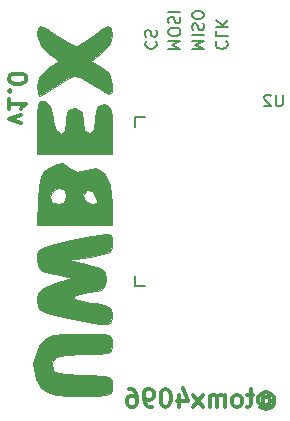
<source format=gbr>
G04 #@! TF.GenerationSoftware,KiCad,Pcbnew,no-vcs-found-33e0758~58~ubuntu16.04.1*
G04 #@! TF.CreationDate,2018-02-07T18:59:58+01:00*
G04 #@! TF.ProjectId,ultrawidebridge,756C747261776964656272696467652E,rev?*
G04 #@! TF.FileFunction,Legend,Bot*
G04 #@! TF.FilePolarity,Positive*
%FSLAX46Y46*%
G04 Gerber Fmt 4.6, Leading zero omitted, Abs format (unit mm)*
G04 Created by KiCad (PCBNEW no-vcs-found-33e0758~58~ubuntu16.04.1) date Wed Feb  7 18:59:58 2018*
%MOMM*%
%LPD*%
G01*
G04 APERTURE LIST*
%ADD10C,0.100000*%
%ADD11C,0.300000*%
%ADD12C,0.150000*%
%ADD13C,0.010000*%
G04 APERTURE END LIST*
D10*
D11*
X163571428Y-122642857D02*
X162571428Y-122285714D01*
X163571428Y-121928571D01*
X162571428Y-120571428D02*
X162571428Y-121428571D01*
X162571428Y-121000000D02*
X164071428Y-121000000D01*
X163857142Y-121142857D01*
X163714285Y-121285714D01*
X163642857Y-121428571D01*
X162714285Y-119928571D02*
X162642857Y-119857142D01*
X162571428Y-119928571D01*
X162642857Y-120000000D01*
X162714285Y-119928571D01*
X162571428Y-119928571D01*
X164071428Y-118928571D02*
X164071428Y-118785714D01*
X164000000Y-118642857D01*
X163928571Y-118571428D01*
X163785714Y-118500000D01*
X163500000Y-118428571D01*
X163142857Y-118428571D01*
X162857142Y-118500000D01*
X162714285Y-118571428D01*
X162642857Y-118642857D01*
X162571428Y-118785714D01*
X162571428Y-118928571D01*
X162642857Y-119071428D01*
X162714285Y-119142857D01*
X162857142Y-119214285D01*
X163142857Y-119285714D01*
X163500000Y-119285714D01*
X163785714Y-119214285D01*
X163928571Y-119142857D01*
X164000000Y-119071428D01*
X164071428Y-118928571D01*
X184075000Y-145914285D02*
X184146428Y-145842857D01*
X184289285Y-145771428D01*
X184432142Y-145771428D01*
X184575000Y-145842857D01*
X184646428Y-145914285D01*
X184717857Y-146057142D01*
X184717857Y-146200000D01*
X184646428Y-146342857D01*
X184575000Y-146414285D01*
X184432142Y-146485714D01*
X184289285Y-146485714D01*
X184146428Y-146414285D01*
X184075000Y-146342857D01*
X184075000Y-145771428D02*
X184075000Y-146342857D01*
X184003571Y-146414285D01*
X183932142Y-146414285D01*
X183789285Y-146342857D01*
X183717857Y-146200000D01*
X183717857Y-145842857D01*
X183860714Y-145628571D01*
X184075000Y-145485714D01*
X184360714Y-145414285D01*
X184646428Y-145485714D01*
X184860714Y-145628571D01*
X185003571Y-145842857D01*
X185075000Y-146128571D01*
X185003571Y-146414285D01*
X184860714Y-146628571D01*
X184646428Y-146771428D01*
X184360714Y-146842857D01*
X184075000Y-146771428D01*
X183860714Y-146628571D01*
X183289285Y-145628571D02*
X182717857Y-145628571D01*
X183075000Y-145128571D02*
X183075000Y-146414285D01*
X183003571Y-146557142D01*
X182860714Y-146628571D01*
X182717857Y-146628571D01*
X182003571Y-146628571D02*
X182146428Y-146557142D01*
X182217857Y-146485714D01*
X182289285Y-146342857D01*
X182289285Y-145914285D01*
X182217857Y-145771428D01*
X182146428Y-145700000D01*
X182003571Y-145628571D01*
X181789285Y-145628571D01*
X181646428Y-145700000D01*
X181575000Y-145771428D01*
X181503571Y-145914285D01*
X181503571Y-146342857D01*
X181575000Y-146485714D01*
X181646428Y-146557142D01*
X181789285Y-146628571D01*
X182003571Y-146628571D01*
X180860714Y-146628571D02*
X180860714Y-145628571D01*
X180860714Y-145771428D02*
X180789285Y-145700000D01*
X180646428Y-145628571D01*
X180432142Y-145628571D01*
X180289285Y-145700000D01*
X180217857Y-145842857D01*
X180217857Y-146628571D01*
X180217857Y-145842857D02*
X180146428Y-145700000D01*
X180003571Y-145628571D01*
X179789285Y-145628571D01*
X179646428Y-145700000D01*
X179575000Y-145842857D01*
X179575000Y-146628571D01*
X179003571Y-146628571D02*
X178217857Y-145628571D01*
X179003571Y-145628571D02*
X178217857Y-146628571D01*
X177003571Y-145628571D02*
X177003571Y-146628571D01*
X177360714Y-145057142D02*
X177717857Y-146128571D01*
X176789285Y-146128571D01*
X175932142Y-145128571D02*
X175789285Y-145128571D01*
X175646428Y-145200000D01*
X175575000Y-145271428D01*
X175503571Y-145414285D01*
X175432142Y-145700000D01*
X175432142Y-146057142D01*
X175503571Y-146342857D01*
X175575000Y-146485714D01*
X175646428Y-146557142D01*
X175789285Y-146628571D01*
X175932142Y-146628571D01*
X176075000Y-146557142D01*
X176146428Y-146485714D01*
X176217857Y-146342857D01*
X176289285Y-146057142D01*
X176289285Y-145700000D01*
X176217857Y-145414285D01*
X176146428Y-145271428D01*
X176075000Y-145200000D01*
X175932142Y-145128571D01*
X174717857Y-146628571D02*
X174432142Y-146628571D01*
X174289285Y-146557142D01*
X174217857Y-146485714D01*
X174075000Y-146271428D01*
X174003571Y-145985714D01*
X174003571Y-145414285D01*
X174075000Y-145271428D01*
X174146428Y-145200000D01*
X174289285Y-145128571D01*
X174575000Y-145128571D01*
X174717857Y-145200000D01*
X174789285Y-145271428D01*
X174860714Y-145414285D01*
X174860714Y-145771428D01*
X174789285Y-145914285D01*
X174717857Y-145985714D01*
X174575000Y-146057142D01*
X174289285Y-146057142D01*
X174146428Y-145985714D01*
X174075000Y-145914285D01*
X174003571Y-145771428D01*
X172717857Y-145128571D02*
X173003571Y-145128571D01*
X173146428Y-145200000D01*
X173217857Y-145271428D01*
X173360714Y-145485714D01*
X173432142Y-145771428D01*
X173432142Y-146342857D01*
X173360714Y-146485714D01*
X173289285Y-146557142D01*
X173146428Y-146628571D01*
X172860714Y-146628571D01*
X172717857Y-146557142D01*
X172646428Y-146485714D01*
X172575000Y-146342857D01*
X172575000Y-145985714D01*
X172646428Y-145842857D01*
X172717857Y-145771428D01*
X172860714Y-145700000D01*
X173146428Y-145700000D01*
X173289285Y-145771428D01*
X173360714Y-145842857D01*
X173432142Y-145985714D01*
D12*
X180192857Y-115695238D02*
X180145238Y-115742857D01*
X180097619Y-115885714D01*
X180097619Y-115980952D01*
X180145238Y-116123809D01*
X180240476Y-116219047D01*
X180335714Y-116266666D01*
X180526190Y-116314285D01*
X180669047Y-116314285D01*
X180859523Y-116266666D01*
X180954761Y-116219047D01*
X181050000Y-116123809D01*
X181097619Y-115980952D01*
X181097619Y-115885714D01*
X181050000Y-115742857D01*
X181002380Y-115695238D01*
X180097619Y-114790476D02*
X180097619Y-115266666D01*
X181097619Y-115266666D01*
X180097619Y-114457142D02*
X181097619Y-114457142D01*
X180097619Y-113885714D02*
X180669047Y-114314285D01*
X181097619Y-113885714D02*
X180526190Y-114457142D01*
X178097619Y-116321428D02*
X179097619Y-116321428D01*
X178383333Y-115988095D01*
X179097619Y-115654761D01*
X178097619Y-115654761D01*
X178097619Y-115178571D02*
X179097619Y-115178571D01*
X178145238Y-114750000D02*
X178097619Y-114607142D01*
X178097619Y-114369047D01*
X178145238Y-114273809D01*
X178192857Y-114226190D01*
X178288095Y-114178571D01*
X178383333Y-114178571D01*
X178478571Y-114226190D01*
X178526190Y-114273809D01*
X178573809Y-114369047D01*
X178621428Y-114559523D01*
X178669047Y-114654761D01*
X178716666Y-114702380D01*
X178811904Y-114750000D01*
X178907142Y-114750000D01*
X179002380Y-114702380D01*
X179050000Y-114654761D01*
X179097619Y-114559523D01*
X179097619Y-114321428D01*
X179050000Y-114178571D01*
X179097619Y-113559523D02*
X179097619Y-113369047D01*
X179050000Y-113273809D01*
X178954761Y-113178571D01*
X178764285Y-113130952D01*
X178430952Y-113130952D01*
X178240476Y-113178571D01*
X178145238Y-113273809D01*
X178097619Y-113369047D01*
X178097619Y-113559523D01*
X178145238Y-113654761D01*
X178240476Y-113750000D01*
X178430952Y-113797619D01*
X178764285Y-113797619D01*
X178954761Y-113750000D01*
X179050000Y-113654761D01*
X179097619Y-113559523D01*
X176097619Y-116321428D02*
X177097619Y-116321428D01*
X176383333Y-115988095D01*
X177097619Y-115654761D01*
X176097619Y-115654761D01*
X177097619Y-114988095D02*
X177097619Y-114797619D01*
X177050000Y-114702380D01*
X176954761Y-114607142D01*
X176764285Y-114559523D01*
X176430952Y-114559523D01*
X176240476Y-114607142D01*
X176145238Y-114702380D01*
X176097619Y-114797619D01*
X176097619Y-114988095D01*
X176145238Y-115083333D01*
X176240476Y-115178571D01*
X176430952Y-115226190D01*
X176764285Y-115226190D01*
X176954761Y-115178571D01*
X177050000Y-115083333D01*
X177097619Y-114988095D01*
X176145238Y-114178571D02*
X176097619Y-114035714D01*
X176097619Y-113797619D01*
X176145238Y-113702380D01*
X176192857Y-113654761D01*
X176288095Y-113607142D01*
X176383333Y-113607142D01*
X176478571Y-113654761D01*
X176526190Y-113702380D01*
X176573809Y-113797619D01*
X176621428Y-113988095D01*
X176669047Y-114083333D01*
X176716666Y-114130952D01*
X176811904Y-114178571D01*
X176907142Y-114178571D01*
X177002380Y-114130952D01*
X177050000Y-114083333D01*
X177097619Y-113988095D01*
X177097619Y-113750000D01*
X177050000Y-113607142D01*
X176097619Y-113178571D02*
X177097619Y-113178571D01*
X174217857Y-115691666D02*
X174170238Y-115739285D01*
X174122619Y-115882142D01*
X174122619Y-115977380D01*
X174170238Y-116120238D01*
X174265476Y-116215476D01*
X174360714Y-116263095D01*
X174551190Y-116310714D01*
X174694047Y-116310714D01*
X174884523Y-116263095D01*
X174979761Y-116215476D01*
X175075000Y-116120238D01*
X175122619Y-115977380D01*
X175122619Y-115882142D01*
X175075000Y-115739285D01*
X175027380Y-115691666D01*
X174170238Y-115310714D02*
X174122619Y-115167857D01*
X174122619Y-114929761D01*
X174170238Y-114834523D01*
X174217857Y-114786904D01*
X174313095Y-114739285D01*
X174408333Y-114739285D01*
X174503571Y-114786904D01*
X174551190Y-114834523D01*
X174598809Y-114929761D01*
X174646428Y-115120238D01*
X174694047Y-115215476D01*
X174741666Y-115263095D01*
X174836904Y-115310714D01*
X174932142Y-115310714D01*
X175027380Y-115263095D01*
X175075000Y-115215476D01*
X175122619Y-115120238D01*
X175122619Y-114882142D01*
X175075000Y-114739285D01*
X173275000Y-135550000D02*
X173275000Y-136400000D01*
X173275000Y-136400000D02*
X174125000Y-136400000D01*
X173275000Y-122950000D02*
X173275000Y-122100000D01*
X173275000Y-122100000D02*
X174125000Y-122100000D01*
D13*
G36*
X171265704Y-114552644D02*
X171007369Y-114385577D01*
X170429326Y-114678514D01*
X169706143Y-115206945D01*
X168914091Y-115760916D01*
X168348136Y-116067402D01*
X168255430Y-116088889D01*
X167806718Y-115905695D01*
X167023645Y-115444516D01*
X166663108Y-115206945D01*
X165720566Y-114592483D01*
X165215474Y-114387181D01*
X165012175Y-114588673D01*
X164975000Y-115177521D01*
X165284987Y-116069893D01*
X165894493Y-116699845D01*
X166813986Y-117369649D01*
X165894493Y-117972124D01*
X165139469Y-118783382D01*
X164975000Y-119448411D01*
X165038673Y-120108191D01*
X165158953Y-120322222D01*
X165535478Y-120143893D01*
X166287641Y-119690028D01*
X166775980Y-119373858D01*
X167519542Y-118891827D01*
X168060259Y-118669449D01*
X168596012Y-118733791D01*
X169324683Y-119111922D01*
X170444152Y-119830911D01*
X170531250Y-119887549D01*
X171089603Y-120196425D01*
X171295972Y-120016292D01*
X171325000Y-119364074D01*
X171092398Y-118408669D01*
X170417007Y-117838837D01*
X169509015Y-117352894D01*
X170417007Y-116691468D01*
X171126280Y-115885906D01*
X171325000Y-115177521D01*
X171265704Y-114552644D01*
X171265704Y-114552644D01*
G37*
X171265704Y-114552644D02*
X171007369Y-114385577D01*
X170429326Y-114678514D01*
X169706143Y-115206945D01*
X168914091Y-115760916D01*
X168348136Y-116067402D01*
X168255430Y-116088889D01*
X167806718Y-115905695D01*
X167023645Y-115444516D01*
X166663108Y-115206945D01*
X165720566Y-114592483D01*
X165215474Y-114387181D01*
X165012175Y-114588673D01*
X164975000Y-115177521D01*
X165284987Y-116069893D01*
X165894493Y-116699845D01*
X166813986Y-117369649D01*
X165894493Y-117972124D01*
X165139469Y-118783382D01*
X164975000Y-119448411D01*
X165038673Y-120108191D01*
X165158953Y-120322222D01*
X165535478Y-120143893D01*
X166287641Y-119690028D01*
X166775980Y-119373858D01*
X167519542Y-118891827D01*
X168060259Y-118669449D01*
X168596012Y-118733791D01*
X169324683Y-119111922D01*
X170444152Y-119830911D01*
X170531250Y-119887549D01*
X171089603Y-120196425D01*
X171295972Y-120016292D01*
X171325000Y-119364074D01*
X171092398Y-118408669D01*
X170417007Y-117838837D01*
X169509015Y-117352894D01*
X170417007Y-116691468D01*
X171126280Y-115885906D01*
X171325000Y-115177521D01*
X171265704Y-114552644D01*
G36*
X171299256Y-121962243D02*
X171186167Y-121323444D01*
X170931948Y-121066691D01*
X170619445Y-121027778D01*
X170133161Y-121165896D01*
X169936952Y-121705093D01*
X169913889Y-122262500D01*
X169799140Y-123175721D01*
X169432917Y-123494990D01*
X169384722Y-123497222D01*
X168964614Y-123181688D01*
X168855556Y-122438889D01*
X168744679Y-121664222D01*
X168332131Y-121391474D01*
X168150000Y-121380556D01*
X167633555Y-121546871D01*
X167451723Y-122165693D01*
X167444445Y-122438889D01*
X167302298Y-123281833D01*
X166973937Y-123537135D01*
X166606480Y-123239005D01*
X166347042Y-122421651D01*
X166319212Y-122177240D01*
X166102752Y-121171797D01*
X165642726Y-120751662D01*
X165592361Y-120740261D01*
X165258989Y-120763340D01*
X165071666Y-121086632D01*
X164990448Y-121852603D01*
X164975000Y-122942189D01*
X164975000Y-125261111D01*
X171325000Y-125261111D01*
X171325000Y-123144445D01*
X171299256Y-121962243D01*
X171299256Y-121962243D01*
G37*
X171299256Y-121962243D02*
X171186167Y-121323444D01*
X170931948Y-121066691D01*
X170619445Y-121027778D01*
X170133161Y-121165896D01*
X169936952Y-121705093D01*
X169913889Y-122262500D01*
X169799140Y-123175721D01*
X169432917Y-123494990D01*
X169384722Y-123497222D01*
X168964614Y-123181688D01*
X168855556Y-122438889D01*
X168744679Y-121664222D01*
X168332131Y-121391474D01*
X168150000Y-121380556D01*
X167633555Y-121546871D01*
X167451723Y-122165693D01*
X167444445Y-122438889D01*
X167302298Y-123281833D01*
X166973937Y-123537135D01*
X166606480Y-123239005D01*
X166347042Y-122421651D01*
X166319212Y-122177240D01*
X166102752Y-121171797D01*
X165642726Y-120751662D01*
X165592361Y-120740261D01*
X165258989Y-120763340D01*
X165071666Y-121086632D01*
X164990448Y-121852603D01*
X164975000Y-122942189D01*
X164975000Y-125261111D01*
X171325000Y-125261111D01*
X171325000Y-123144445D01*
X171299256Y-121962243D01*
G36*
X171157931Y-127834011D02*
X170682523Y-126834277D01*
X169937478Y-126421488D01*
X169077249Y-126587391D01*
X168317643Y-126775693D01*
X167709724Y-126432472D01*
X167658328Y-126382138D01*
X167176009Y-126009476D01*
X166676052Y-126050112D01*
X166112285Y-126334688D01*
X165573377Y-126708874D01*
X165267767Y-127206424D01*
X165114048Y-128035886D01*
X165046361Y-129065359D01*
X164941333Y-131258334D01*
X166713022Y-131258334D01*
X166713022Y-129494445D01*
X166190324Y-129272715D01*
X166104355Y-128789392D01*
X166431156Y-128317269D01*
X166831135Y-128149712D01*
X167333275Y-128279700D01*
X167444445Y-128763022D01*
X167212017Y-129366147D01*
X166713022Y-129494445D01*
X166713022Y-131258334D01*
X169573523Y-131258334D01*
X169573523Y-129494445D01*
X169002289Y-129247518D01*
X168861790Y-128720853D01*
X169190633Y-128270662D01*
X169589810Y-128373006D01*
X169908601Y-128779008D01*
X170106047Y-129319498D01*
X169791242Y-129487675D01*
X169573523Y-129494445D01*
X169573523Y-131258334D01*
X171325000Y-131258334D01*
X171325000Y-129372732D01*
X171157931Y-127834011D01*
X171157931Y-127834011D01*
G37*
X171157931Y-127834011D02*
X170682523Y-126834277D01*
X169937478Y-126421488D01*
X169077249Y-126587391D01*
X168317643Y-126775693D01*
X167709724Y-126432472D01*
X167658328Y-126382138D01*
X167176009Y-126009476D01*
X166676052Y-126050112D01*
X166112285Y-126334688D01*
X165573377Y-126708874D01*
X165267767Y-127206424D01*
X165114048Y-128035886D01*
X165046361Y-129065359D01*
X164941333Y-131258334D01*
X166713022Y-131258334D01*
X166713022Y-129494445D01*
X166190324Y-129272715D01*
X166104355Y-128789392D01*
X166431156Y-128317269D01*
X166831135Y-128149712D01*
X167333275Y-128279700D01*
X167444445Y-128763022D01*
X167212017Y-129366147D01*
X166713022Y-129494445D01*
X166713022Y-131258334D01*
X169573523Y-131258334D01*
X169573523Y-129494445D01*
X169002289Y-129247518D01*
X168861790Y-128720853D01*
X169190633Y-128270662D01*
X169589810Y-128373006D01*
X169908601Y-128779008D01*
X170106047Y-129319498D01*
X169791242Y-129487675D01*
X169573523Y-129494445D01*
X169573523Y-131258334D01*
X171325000Y-131258334D01*
X171325000Y-129372732D01*
X171157931Y-127834011D01*
G36*
X171321695Y-132378003D02*
X171227307Y-132118737D01*
X170915126Y-132024921D01*
X170258443Y-132086548D01*
X169130546Y-132293611D01*
X167885417Y-132541058D01*
X166468154Y-132834285D01*
X165606480Y-133072295D01*
X165162414Y-133329378D01*
X164997976Y-133679826D01*
X164975000Y-134108072D01*
X165056747Y-134749856D01*
X165428753Y-135115472D01*
X166281171Y-135370249D01*
X166474306Y-135411662D01*
X167973611Y-135725956D01*
X166474306Y-136193818D01*
X165521872Y-136556774D01*
X165082606Y-136967596D01*
X164975017Y-137597683D01*
X164975000Y-137609759D01*
X165021524Y-138098909D01*
X165256711Y-138433568D01*
X165823981Y-138696448D01*
X166866755Y-138970260D01*
X167630860Y-139141419D01*
X169261578Y-139487387D01*
X170326036Y-139661168D01*
X170944209Y-139654547D01*
X171236073Y-139459311D01*
X171321604Y-139067245D01*
X171325000Y-138888504D01*
X171243173Y-138381975D01*
X170881687Y-138084026D01*
X170066539Y-137890939D01*
X169519929Y-137812557D01*
X168405658Y-137613448D01*
X167996866Y-137405083D01*
X168293530Y-137187084D01*
X169295628Y-136959073D01*
X169469021Y-136930088D01*
X170354639Y-136711762D01*
X170730536Y-136341374D01*
X170795833Y-135838460D01*
X170691739Y-135266095D01*
X170260570Y-134901293D01*
X169323995Y-134601924D01*
X169208333Y-134573214D01*
X167620833Y-134183928D01*
X169472917Y-133922749D01*
X170558619Y-133733813D01*
X171113002Y-133495533D01*
X171308245Y-133104716D01*
X171325000Y-132812730D01*
X171321695Y-132378003D01*
X171321695Y-132378003D01*
G37*
X171321695Y-132378003D02*
X171227307Y-132118737D01*
X170915126Y-132024921D01*
X170258443Y-132086548D01*
X169130546Y-132293611D01*
X167885417Y-132541058D01*
X166468154Y-132834285D01*
X165606480Y-133072295D01*
X165162414Y-133329378D01*
X164997976Y-133679826D01*
X164975000Y-134108072D01*
X165056747Y-134749856D01*
X165428753Y-135115472D01*
X166281171Y-135370249D01*
X166474306Y-135411662D01*
X167973611Y-135725956D01*
X166474306Y-136193818D01*
X165521872Y-136556774D01*
X165082606Y-136967596D01*
X164975017Y-137597683D01*
X164975000Y-137609759D01*
X165021524Y-138098909D01*
X165256711Y-138433568D01*
X165823981Y-138696448D01*
X166866755Y-138970260D01*
X167630860Y-139141419D01*
X169261578Y-139487387D01*
X170326036Y-139661168D01*
X170944209Y-139654547D01*
X171236073Y-139459311D01*
X171321604Y-139067245D01*
X171325000Y-138888504D01*
X171243173Y-138381975D01*
X170881687Y-138084026D01*
X170066539Y-137890939D01*
X169519929Y-137812557D01*
X168405658Y-137613448D01*
X167996866Y-137405083D01*
X168293530Y-137187084D01*
X169295628Y-136959073D01*
X169469021Y-136930088D01*
X170354639Y-136711762D01*
X170730536Y-136341374D01*
X170795833Y-135838460D01*
X170691739Y-135266095D01*
X170260570Y-134901293D01*
X169323995Y-134601924D01*
X169208333Y-134573214D01*
X167620833Y-134183928D01*
X169472917Y-133922749D01*
X170558619Y-133733813D01*
X171113002Y-133495533D01*
X171308245Y-133104716D01*
X171325000Y-132812730D01*
X171321695Y-132378003D01*
G36*
X171290638Y-140858036D02*
X171086803Y-140595100D01*
X170562373Y-140471898D01*
X169566226Y-140436639D01*
X168767361Y-140435958D01*
X167258167Y-140466799D01*
X166281693Y-140591272D01*
X165665928Y-140868912D01*
X165238860Y-141359256D01*
X165027812Y-141730280D01*
X164647493Y-143051262D01*
X164846543Y-144297627D01*
X165327778Y-145016667D01*
X165836982Y-145396195D01*
X166542863Y-145613208D01*
X167635120Y-145707643D01*
X168679167Y-145722222D01*
X170024949Y-145711231D01*
X170813815Y-145645231D01*
X171194383Y-145474683D01*
X171315274Y-145150047D01*
X171325000Y-144840278D01*
X171288080Y-144377374D01*
X171074220Y-144113577D01*
X170528774Y-143992990D01*
X169497095Y-143959717D01*
X168884954Y-143958333D01*
X167340802Y-143893286D01*
X166481322Y-143697138D01*
X166291087Y-143517361D01*
X166204303Y-142871245D01*
X166548284Y-142465498D01*
X167411872Y-142254953D01*
X168883910Y-142194446D01*
X168893299Y-142194445D01*
X170171308Y-142180991D01*
X170898716Y-142103173D01*
X171230428Y-141904810D01*
X171321352Y-141529720D01*
X171325000Y-141312500D01*
X171290638Y-140858036D01*
X171290638Y-140858036D01*
G37*
X171290638Y-140858036D02*
X171086803Y-140595100D01*
X170562373Y-140471898D01*
X169566226Y-140436639D01*
X168767361Y-140435958D01*
X167258167Y-140466799D01*
X166281693Y-140591272D01*
X165665928Y-140868912D01*
X165238860Y-141359256D01*
X165027812Y-141730280D01*
X164647493Y-143051262D01*
X164846543Y-144297627D01*
X165327778Y-145016667D01*
X165836982Y-145396195D01*
X166542863Y-145613208D01*
X167635120Y-145707643D01*
X168679167Y-145722222D01*
X170024949Y-145711231D01*
X170813815Y-145645231D01*
X171194383Y-145474683D01*
X171315274Y-145150047D01*
X171325000Y-144840278D01*
X171288080Y-144377374D01*
X171074220Y-144113577D01*
X170528774Y-143992990D01*
X169497095Y-143959717D01*
X168884954Y-143958333D01*
X167340802Y-143893286D01*
X166481322Y-143697138D01*
X166291087Y-143517361D01*
X166204303Y-142871245D01*
X166548284Y-142465498D01*
X167411872Y-142254953D01*
X168883910Y-142194446D01*
X168893299Y-142194445D01*
X170171308Y-142180991D01*
X170898716Y-142103173D01*
X171230428Y-141904810D01*
X171321352Y-141529720D01*
X171325000Y-141312500D01*
X171290638Y-140858036D01*
D12*
X185761904Y-120202380D02*
X185761904Y-121011904D01*
X185714285Y-121107142D01*
X185666666Y-121154761D01*
X185571428Y-121202380D01*
X185380952Y-121202380D01*
X185285714Y-121154761D01*
X185238095Y-121107142D01*
X185190476Y-121011904D01*
X185190476Y-120202380D01*
X184761904Y-120297619D02*
X184714285Y-120250000D01*
X184619047Y-120202380D01*
X184380952Y-120202380D01*
X184285714Y-120250000D01*
X184238095Y-120297619D01*
X184190476Y-120392857D01*
X184190476Y-120488095D01*
X184238095Y-120630952D01*
X184809523Y-121202380D01*
X184190476Y-121202380D01*
M02*

</source>
